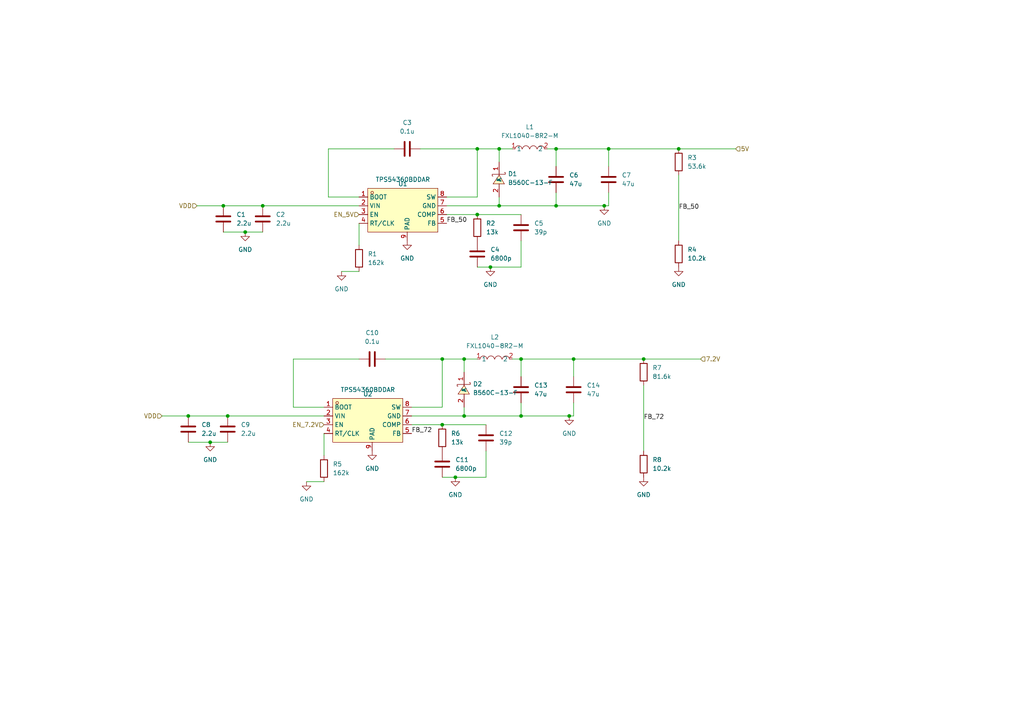
<source format=kicad_sch>
(kicad_sch (version 20231120) (generator "eeschema") (generator_version "8.0")
  (paper "A4")
  (lib_symbols
    (symbol "Device:C" (pin_numbers hide) (pin_names (offset 0.254))
      (property "Reference" "C" (at 0.635 2.54 0))
      (property "Value" "C" (at 0.635 -2.54 0))
      (symbol "C_0_1"
        (polyline (pts (xy -2.032 -0.762) (xy 2.032 -0.762)) (stroke (width 0.508)))
        (polyline (pts (xy -2.032 0.762) (xy 2.032 0.762)) (stroke (width 0.508)))
      )
      (symbol "C_1_1"
        (pin passive line (at 0 3.81 270) (length 2.794) (name "~") (number "1"))
        (pin passive line (at 0 -3.81 90) (length 2.794) (name "~") (number "2"))
      )
    )
    (symbol "Device:R" (pin_numbers hide) (pin_names (offset 0))
      (property "Reference" "R" (at 2.032 0 90))
      (property "Value" "R" (at 0 0 90))
      (symbol "R_0_1"
        (rectangle (start -1.016 -2.54) (end 1.016 2.54) (stroke (width 0.254)))
      )
      (symbol "R_1_1"
        (pin passive line (at 0 3.81 270) (length 1.27) (name "~") (number "1"))
        (pin passive line (at 0 -3.81 90) (length 1.27) (name "~") (number "2"))
      )
    )
    (symbol "NEW:B560C-13-F"
      (property "Reference" "D" (at 0 5.08 0))
      (property "Value" "B560C-13-F" (at 0 -5.08 0))
      (symbol "B560C-13-F_0_1"
        (polyline (pts (xy 1.27 1.52) (xy -1.27 0) (xy 1.27 -1.78) (xy 1.27 1.52)) (fill (type background)))
        (polyline (pts (xy -2.03 1.52) (xy -2.03 1.78) (xy -1.52 1.78) (xy -1.52 -2.03) (xy -1.02 -2.03) (xy -1.02 -1.78)))
        (pin unspecified line (at -5.08 0 0) (length 3.81) (name "K") (number "1"))
        (pin unspecified line (at 5.08 0 180) (length 3.81) (name "A") (number "2"))
      )
    )
    (symbol "NEW:FXL1040-8R2-M"
      (property "Reference" "L" (at 0 5.08 0))
      (property "Value" "FXL1040-8R2-M" (at 0 -5.08 0))
      (symbol "FXL1040-8R2-M_0_1"
        (arc (start -2.27 -0.02) (mid -3.28 0.9027) (end -4.29 -0.02))
        (arc (start -0.11 -0.02) (mid -1.12 0.9071) (end -2.13 -0.02))
        (arc (start 2.04 -0.02) (mid 1.03 0.9071) (end 0.02 -0.02))
        (arc (start 4.23 -0.02) (mid 3.22 0.9071) (end 2.21 -0.02))
        (pin unspecified line (at -5.08 0 0) (length 0.762) (name "1") (number "1"))
        (pin unspecified line (at 5.08 0 180) (length 0.762) (name "2") (number "2"))
      )
    )
    (symbol "NEW:TPS54360BDDAR"
      (property "Reference" "U5" (at 0 7.62 0))
      (property "Value" "TPS54360BDDAR" (at -7.62 -16.51 0))
      (symbol "TPS54360BDDAR_0_1"
        (rectangle (start -10.16 6.35) (end 10.16 -6.35) (fill (type background)))
        (circle (center -8.89 5.08) (radius 0.38))
        (pin unspecified line (at -12.7 3.81 0) (length 2.54) (name "BOOT") (number "1"))
        (pin unspecified line (at -12.7 1.27 0) (length 2.54) (name "VIN") (number "2"))
        (pin unspecified line (at -12.7 -1.27 0) (length 2.54) (name "EN") (number "3"))
        (pin unspecified line (at -12.7 -3.81 0) (length 2.54) (name "RT/CLK") (number "4"))
        (pin unspecified line (at 12.7 -3.81 180) (length 2.54) (name "FB") (number "5"))
        (pin unspecified line (at 12.7 -1.27 180) (length 2.54) (name "COMP") (number "6"))
        (pin unspecified line (at 12.7 1.27 180) (length 2.54) (name "GND") (number "7"))
        (pin unspecified line (at 12.7 3.81 180) (length 2.54) (name "SW") (number "8"))
        (pin unspecified line (at 1.27 -8.89 90) (length 2.54) (name "PAD") (number "9"))
      )
    )
    (symbol "power:GND" (power) (pin_names (offset 0))
      (property "Value" "GND" (at 0 -3.81 0))
      (symbol "GND_0_1"
        (polyline (pts (xy 0 0) (xy 0 -1.27) (xy 1.27 -1.27) (xy 0 -2.54) (xy -1.27 -1.27) (xy 0 -1.27)))
      )
      (symbol "GND_1_1"
        (pin power_in line (at 0 0 270) (length 0) hide (name "GND") (number "1"))
      )
    )
  )
  (junction (at 138.43 62.23))
  (junction (at 128.27 123.19))
  (junction (at 64.77 59.69))
  (junction (at 144.78 59.69))
  (junction (at 165.1 120.65))
  (junction (at 176.53 43.18))
  (junction (at 151.13 104.14))
  (junction (at 161.29 59.69))
  (junction (at 166.37 104.14))
  (junction (at 186.69 104.14))
  (junction (at 128.27 104.14))
  (junction (at 134.62 120.65))
  (junction (at 175.26 59.69))
  (junction (at 76.2 59.69))
  (junction (at 66.04 120.65))
  (junction (at 138.43 43.18))
  (junction (at 196.85 43.18))
  (junction (at 60.96 128.27))
  (junction (at 54.61 120.65))
  (junction (at 142.24 77.47))
  (junction (at 134.62 104.14))
  (junction (at 132.08 138.43))
  (junction (at 161.29 43.18))
  (junction (at 71.12 67.31))
  (junction (at 151.13 120.65))
  (junction (at 144.78 43.18))
  (wire (pts (xy 161.29 43.18) (xy 161.29 48.26)))
  (wire (pts (xy 95.25 43.18) (xy 95.25 57.15)))
  (wire (pts (xy 60.96 128.27) (xy 66.04 128.27)))
  (wire (pts (xy 166.37 104.14) (xy 186.69 104.14)))
  (wire (pts (xy 151.13 104.14) (xy 151.13 109.22)))
  (wire (pts (xy 151.13 104.14) (xy 166.37 104.14)))
  (wire (pts (xy 158.75 43.18) (xy 161.29 43.18)))
  (wire (pts (xy 148.59 104.14) (xy 151.13 104.14)))
  (wire (pts (xy 176.53 59.69) (xy 176.53 55.88)))
  (wire (pts (xy 134.62 107.95) (xy 134.62 104.14)))
  (wire (pts (xy 88.9 139.7) (xy 93.98 139.7)))
  (wire (pts (xy 128.27 118.11) (xy 128.27 104.14)))
  (wire (pts (xy 134.62 118.11) (xy 134.62 120.65)))
  (wire (pts (xy 140.97 138.43) (xy 132.08 138.43)))
  (wire (pts (xy 104.14 71.12) (xy 104.14 64.77)))
  (wire (pts (xy 85.09 104.14) (xy 85.09 118.11)))
  (wire (pts (xy 151.13 77.47) (xy 142.24 77.47)))
  (wire (pts (xy 144.78 46.99) (xy 144.78 43.18)))
  (wire (pts (xy 151.13 120.65) (xy 165.1 120.65)))
  (wire (pts (xy 134.62 104.14) (xy 138.43 104.14)))
  (wire (pts (xy 166.37 120.65) (xy 166.37 116.84)))
  (wire (pts (xy 203.2 104.14) (xy 186.69 104.14)))
  (wire (pts (xy 114.3 43.18) (xy 95.25 43.18)))
  (wire (pts (xy 104.14 104.14) (xy 85.09 104.14)))
  (wire (pts (xy 54.61 120.65) (xy 66.04 120.65)))
  (wire (pts (xy 186.69 130.81) (xy 186.69 111.76)))
  (wire (pts (xy 128.27 104.14) (xy 134.62 104.14)))
  (wire (pts (xy 129.54 59.69) (xy 144.78 59.69)))
  (wire (pts (xy 66.04 120.65) (xy 93.98 120.65)))
  (wire (pts (xy 151.13 116.84) (xy 151.13 120.65)))
  (wire (pts (xy 95.25 57.15) (xy 104.14 57.15)))
  (wire (pts (xy 138.43 57.15) (xy 138.43 43.18)))
  (wire (pts (xy 161.29 59.69) (xy 175.26 59.69)))
  (wire (pts (xy 132.08 138.43) (xy 128.27 138.43)))
  (wire (pts (xy 93.98 132.08) (xy 93.98 125.73)))
  (wire (pts (xy 151.13 69.85) (xy 151.13 77.47)))
  (wire (pts (xy 129.54 62.23) (xy 138.43 62.23)))
  (wire (pts (xy 57.15 59.69) (xy 64.77 59.69)))
  (wire (pts (xy 129.54 57.15) (xy 138.43 57.15)))
  (wire (pts (xy 119.38 120.65) (xy 134.62 120.65)))
  (wire (pts (xy 111.76 104.14) (xy 128.27 104.14)))
  (wire (pts (xy 196.85 69.85) (xy 196.85 50.8)))
  (wire (pts (xy 60.96 128.27) (xy 54.61 128.27)))
  (wire (pts (xy 138.43 62.23) (xy 151.13 62.23)))
  (wire (pts (xy 165.1 120.65) (xy 166.37 120.65)))
  (wire (pts (xy 138.43 43.18) (xy 144.78 43.18)))
  (wire (pts (xy 161.29 55.88) (xy 161.29 59.69)))
  (wire (pts (xy 99.06 78.74) (xy 104.14 78.74)))
  (wire (pts (xy 119.38 123.19) (xy 128.27 123.19)))
  (wire (pts (xy 128.27 123.19) (xy 140.97 123.19)))
  (wire (pts (xy 71.12 67.31) (xy 64.77 67.31)))
  (wire (pts (xy 144.78 59.69) (xy 161.29 59.69)))
  (wire (pts (xy 140.97 130.81) (xy 140.97 138.43)))
  (wire (pts (xy 64.77 59.69) (xy 76.2 59.69)))
  (wire (pts (xy 144.78 57.15) (xy 144.78 59.69)))
  (wire (pts (xy 71.12 67.31) (xy 76.2 67.31)))
  (wire (pts (xy 76.2 59.69) (xy 104.14 59.69)))
  (wire (pts (xy 175.26 59.69) (xy 176.53 59.69)))
  (wire (pts (xy 161.29 43.18) (xy 176.53 43.18)))
  (wire (pts (xy 119.38 118.11) (xy 128.27 118.11)))
  (wire (pts (xy 176.53 43.18) (xy 196.85 43.18)))
  (wire (pts (xy 144.78 43.18) (xy 148.59 43.18)))
  (wire (pts (xy 213.36 43.18) (xy 196.85 43.18)))
  (wire (pts (xy 166.37 104.14) (xy 166.37 109.22)))
  (wire (pts (xy 85.09 118.11) (xy 93.98 118.11)))
  (wire (pts (xy 134.62 120.65) (xy 151.13 120.65)))
  (wire (pts (xy 142.24 77.47) (xy 138.43 77.47)))
  (wire (pts (xy 46.99 120.65) (xy 54.61 120.65)))
  (wire (pts (xy 121.92 43.18) (xy 138.43 43.18)))
  (wire (pts (xy 176.53 43.18) (xy 176.53 48.26)))
  (label "FB_50" (at 196.85 60.96 0))
  (label "FB_72" (at 186.69 121.92 0))
  (label "FB_50" (at 129.54 64.77 0))
  (label "FB_72" (at 119.38 125.73 0))
  (hierarchical_label "5V" (shape input) (at 213.36 43.18 0))
  (hierarchical_label "EN_7.2V" (shape input) (at 93.98 123.19 180))
  (hierarchical_label "VDD" (shape input) (at 57.15 59.69 180))
  (hierarchical_label "VDD" (shape input) (at 46.99 120.65 180))
  (hierarchical_label "EN_5V" (shape input) (at 104.14 62.23 180))
  (hierarchical_label "7.2V" (shape input) (at 203.2 104.14 0))
  (symbol (lib_id "Device:C") (at 161.29 52.07 0) (unit 1)
    (property "Reference" "C6" (at 165.1 50.8 0) (effects (justify left)))
    (property "Value" "47u" (at 165.1 53.34 0) (effects (justify left)))
    (property "Footprint" "Capacitor_SMD:C_1206_3216Metric" (effects (hide yes)))
    (property "LCSC Part" "C94034" (effects (hide yes)))
  )
  (symbol (lib_id "Device:C") (at 54.61 124.46 0) (unit 1)
    (property "Reference" "C8" (at 58.42 123.19 0) (effects (justify left)))
    (property "Value" "2.2u" (at 58.42 125.73 0) (effects (justify left)))
    (property "Footprint" "Capacitor_SMD:C_1206_3216Metric" (effects (hide yes)))
    (property "LCSC Part" "C170101" (effects (hide yes)))
  )
  (symbol (lib_id "Device:C") (at 107.95 104.14 90) (unit 1)
    (property "Reference" "C10" (at 107.95 96.52 90))
    (property "Value" "0.1u" (at 107.95 99.06 90))
    (property "Footprint" "Capacitor_SMD:C_1206_3216Metric_Pad1.33x1.80mm_HandSolder" (effects (hide yes)))
    (property "LCSC Part" "C56392" (effects (hide yes)))
  )
  (symbol (lib_id "Device:C") (at 151.13 113.03 0) (unit 1)
    (property "Reference" "C13" (at 154.94 111.76 0) (effects (justify left)))
    (property "Value" "47u" (at 154.94 114.3 0) (effects (justify left)))
    (property "Footprint" "Capacitor_SMD:C_1206_3216Metric" (effects (hide yes)))
    (property "LCSC Part" "C94034" (effects (hide yes)))
  )
  (symbol (lib_id "power:GND") (at 196.85 77.47 0) (unit 1)
    (property "Reference" "#PWR06" (effects (hide yes)))
    (property "Value" "GND" (at 196.85 82.55 0))
  )
  (symbol (lib_id "Device:R") (at 93.98 135.89 0) (unit 1)
    (property "Reference" "R5" (at 96.52 134.62 0) (effects (justify left)))
    (property "Value" "162k" (at 96.52 137.16 0) (effects (justify left)))
    (property "Footprint" "Resistor_SMD:R_1206_3216Metric_Pad1.30x1.75mm_HandSolder" (effects (hide yes)))
    (property "LCSC Part" "C22815" (effects (hide yes)))
  )
  (symbol (lib_id "Device:C") (at 138.43 73.66 0) (unit 1)
    (property "Reference" "C4" (at 142.24 72.39 0) (effects (justify left)))
    (property "Value" "6800p" (at 142.24 74.93 0) (effects (justify left)))
    (property "Footprint" "Capacitor_SMD:C_1206_3216Metric_Pad1.33x1.80mm_HandSolder" (effects (hide yes)))
    (property "LCSC Part" "C2760541" (effects (hide yes)))
  )
  (symbol (lib_id "power:GND") (at 118.11 69.85 0) (unit 1)
    (property "Reference" "#PWR03" (effects (hide yes)))
    (property "Value" "GND" (at 118.11 74.93 0))
  )
  (symbol (lib_id "Device:C") (at 151.13 66.04 0) (unit 1)
    (property "Reference" "C5" (at 154.94 64.77 0) (effects (justify left)))
    (property "Value" "39p" (at 154.94 67.31 0) (effects (justify left)))
    (property "Footprint" "Capacitor_SMD:C_1206_3216Metric_Pad1.33x1.80mm_HandSolder" (effects (hide yes)))
    (property "LCSC Part" "C5186878" (effects (hide yes)))
  )
  (symbol (lib_id "power:GND") (at 60.96 128.27 0) (unit 1)
    (property "Reference" "#PWR07" (effects (hide yes)))
    (property "Value" "GND" (at 60.96 133.35 0))
  )
  (symbol (lib_id "Device:R") (at 196.85 46.99 0) (unit 1)
    (property "Reference" "R3" (at 199.39 45.72 0) (effects (justify left)))
    (property "Value" "53.6k" (at 199.39 48.26 0) (effects (justify left)))
    (property "Footprint" "Resistor_SMD:R_1206_3216Metric_Pad1.30x1.75mm_HandSolder" (effects (hide yes)))
    (property "LCSC Part" "C21398" (effects (hide yes)))
  )
  (symbol (lib_id "NEW:TPS54360BDDAR") (at 106.68 121.92 0) (unit 1)
    (property "Reference" "U2" (at 106.68 114.3 0))
    (property "Value" "TPS54360BDDAR" (at 106.68 113.03 0))
    (property "Footprint" "PARTS:SOIC-8_L5.0-W4.0-P1.27-LS6.0-BL-EP2.0" (effects (hide yes)))
    (property "Datasheet" "https://lcsc.com/product-detail/DC-DC-Converters_Texas-Instruments-Texas-Instruments-TPS54360BDDAR_C524806.html" (effects (hide yes)))
    (property "LCSC Part" "C524806" (effects (hide yes)))
  )
  (symbol (lib_id "Device:C") (at 140.97 127 0) (unit 1)
    (property "Reference" "C12" (at 144.78 125.73 0) (effects (justify left)))
    (property "Value" "39p" (at 144.78 128.27 0) (effects (justify left)))
    (property "Footprint" "Capacitor_SMD:C_1206_3216Metric_Pad1.33x1.80mm_HandSolder" (effects (hide yes)))
    (property "LCSC Part" "C5186878" (effects (hide yes)))
  )
  (symbol (lib_id "power:GND") (at 88.9 139.7 0) (unit 1)
    (property "Reference" "#PWR08" (effects (hide yes)))
    (property "Value" "GND" (at 88.9 144.78 0))
  )
  (symbol (lib_id "power:GND") (at 99.06 78.74 0) (unit 1)
    (property "Reference" "#PWR02" (effects (hide yes)))
    (property "Value" "GND" (at 99.06 83.82 0))
  )
  (symbol (lib_id "Device:R") (at 138.43 66.04 0) (unit 1)
    (property "Reference" "R2" (at 140.97 64.77 0) (effects (justify left)))
    (property "Value" "13k" (at 140.97 67.31 0) (effects (justify left)))
    (property "Footprint" "Resistor_SMD:R_1206_3216Metric_Pad1.30x1.75mm_HandSolder" (effects (hide yes)))
    (property "LCSC Part" "C445658" (effects (hide yes)))
  )
  (symbol (lib_id "NEW:B560C-13-F") (at 144.78 52.07 270) (unit 1)
    (property "Reference" "D1" (at 147.32 50.42 90) (effects (justify left)))
    (property "Value" "B560C-13-F" (at 147.32 52.96 90) (effects (justify left)))
    (property "Footprint" "PARTS:SMC_L7.1-W6.2-LS8.1-RD" (effects (hide yes)))
    (property "Datasheet" "https://lcsc.com/product-detail/Schottky-Barrier-Diodes-SBD_DIODES_B560C-13-F_B560C-13-F_C85100.html" (effects (hide yes)))
    (property "LCSC Part" "C85100" (effects (hide yes)))
  )
  (symbol (lib_id "Device:C") (at 76.2 63.5 0) (unit 1)
    (property "Reference" "C2" (at 80.01 62.23 0) (effects (justify left)))
    (property "Value" "2.2u" (at 80.01 64.77 0) (effects (justify left)))
    (property "Footprint" "Capacitor_SMD:C_1206_3216Metric" (effects (hide yes)))
    (property "LCSC Part" "C170101" (effects (hide yes)))
  )
  (symbol (lib_id "Device:R") (at 186.69 134.62 0) (unit 1)
    (property "Reference" "R8" (at 189.23 133.35 0) (effects (justify left)))
    (property "Value" "10.2k" (at 189.23 135.89 0) (effects (justify left)))
    (property "Footprint" "Resistor_SMD:R_1206_3216Metric_Pad1.30x1.75mm_HandSolder" (effects (hide yes)))
    (property "LCSC Part" "C217771" (effects (hide yes)))
  )
  (symbol (lib_id "Device:R") (at 128.27 127 0) (unit 1)
    (property "Reference" "R6" (at 130.81 125.73 0) (effects (justify left)))
    (property "Value" "13k" (at 130.81 128.27 0) (effects (justify left)))
    (property "Footprint" "Resistor_SMD:R_1206_3216Metric_Pad1.30x1.75mm_HandSolder" (effects (hide yes)))
    (property "LCSC Part" "C445658" (effects (hide yes)))
  )
  (symbol (lib_id "power:GND") (at 165.1 120.65 0) (unit 1)
    (property "Reference" "#PWR011" (effects (hide yes)))
    (property "Value" "GND" (at 165.1 125.73 0))
  )
  (symbol (lib_id "power:GND") (at 142.24 77.47 0) (unit 1)
    (property "Reference" "#PWR04" (effects (hide yes)))
    (property "Value" "GND" (at 142.24 82.55 0))
  )
  (symbol (lib_id "Device:R") (at 196.85 73.66 0) (unit 1)
    (property "Reference" "R4" (at 199.39 72.39 0) (effects (justify left)))
    (property "Value" "10.2k" (at 199.39 74.93 0) (effects (justify left)))
    (property "Footprint" "Resistor_SMD:R_1206_3216Metric_Pad1.30x1.75mm_HandSolder" (effects (hide yes)))
    (property "LCSC Part" "C217771" (effects (hide yes)))
  )
  (symbol (lib_id "NEW:FXL1040-8R2-M") (at 153.67 43.18 0) (unit 1)
    (property "Reference" "L1" (at 153.67 36.83 0))
    (property "Value" "FXL1040-8R2-M" (at 153.67 39.37 0))
    (property "Footprint" "PARTS:IND-SMD_L11.5-W10.0_FXL1040" (effects (hide yes)))
    (property "Datasheet" "https://lcsc.com/product-detail/Power-Inductors_8-2uH-20-8-0A_C167232.html" (effects (hide yes)))
    (property "LCSC Part" "C167232" (effects (hide yes)))
  )
  (symbol (lib_id "power:GND") (at 107.95 130.81 0) (unit 1)
    (property "Reference" "#PWR09" (effects (hide yes)))
    (property "Value" "GND" (at 107.95 135.89 0))
  )
  (symbol (lib_id "NEW:FXL1040-8R2-M") (at 143.51 104.14 0) (unit 1)
    (property "Reference" "L2" (at 143.51 97.79 0))
    (property "Value" "FXL1040-8R2-M" (at 143.51 100.33 0))
    (property "Footprint" "PARTS:IND-SMD_L11.5-W10.0_FXL1040" (effects (hide yes)))
    (property "Datasheet" "https://lcsc.com/product-detail/Power-Inductors_8-2uH-20-8-0A_C167232.html" (effects (hide yes)))
    (property "LCSC Part" "C167232" (effects (hide yes)))
  )
  (symbol (lib_id "Device:C") (at 166.37 113.03 0) (unit 1)
    (property "Reference" "C14" (at 170.18 111.76 0) (effects (justify left)))
    (property "Value" "47u" (at 170.18 114.3 0) (effects (justify left)))
    (property "Footprint" "Capacitor_SMD:C_1206_3216Metric" (effects (hide yes)))
    (property "LCSC Part" "C94034" (effects (hide yes)))
  )
  (symbol (lib_id "Device:R") (at 186.69 107.95 0) (unit 1)
    (property "Reference" "R7" (at 189.23 106.6799 0) (effects (justify left)))
    (property "Value" "81.6k" (at 189.23 109.2199 0) (effects (justify left)))
    (property "Footprint" "Resistor_SMD:R_1206_3216Metric_Pad1.30x1.75mm_HandSolder" (effects (hide yes)))
    (property "LCSC Part" "C21398" (effects (hide yes)))
  )
  (symbol (lib_id "Device:R") (at 104.14 74.93 0) (unit 1)
    (property "Reference" "R1" (at 106.68 73.66 0) (effects (justify left)))
    (property "Value" "162k" (at 106.68 76.2 0) (effects (justify left)))
    (property "Footprint" "Resistor_SMD:R_1206_3216Metric_Pad1.30x1.75mm_HandSolder" (effects (hide yes)))
    (property "LCSC Part" "C22815" (effects (hide yes)))
  )
  (symbol (lib_id "Device:C") (at 64.77 63.5 0) (unit 1)
    (property "Reference" "C1" (at 68.58 62.23 0) (effects (justify left)))
    (property "Value" "2.2u" (at 68.58 64.77 0) (effects (justify left)))
    (property "Footprint" "Capacitor_SMD:C_1206_3216Metric" (effects (hide yes)))
    (property "LCSC Part" "C170101" (effects (hide yes)))
  )
  (symbol (lib_id "NEW:TPS54360BDDAR") (at 116.84 60.96 0) (unit 1)
    (property "Reference" "U1" (at 116.84 53.34 0))
    (property "Value" "TPS54360BDDAR" (at 116.84 52.07 0))
    (property "Footprint" "PARTS:SOIC-8_L5.0-W4.0-P1.27-LS6.0-BL-EP2.0" (effects (hide yes)))
    (property "Datasheet" "https://lcsc.com/product-detail/DC-DC-Converters_Texas-Instruments-Texas-Instruments-TPS54360BDDAR_C524806.html" (effects (hide yes)))
    (property "LCSC Part" "C524806" (effects (hide yes)))
  )
  (symbol (lib_id "Device:C") (at 118.11 43.18 90) (unit 1)
    (property "Reference" "C3" (at 118.11 35.56 90))
    (property "Value" "0.1u" (at 118.11 38.1 90))
    (property "Footprint" "Capacitor_SMD:C_1206_3216Metric_Pad1.33x1.80mm_HandSolder" (effects (hide yes)))
    (property "LCSC Part" "C56392" (effects (hide yes)))
  )
  (symbol (lib_id "Device:C") (at 128.27 134.62 0) (unit 1)
    (property "Reference" "C11" (at 132.08 133.35 0) (effects (justify left)))
    (property "Value" "6800p" (at 132.08 135.89 0) (effects (justify left)))
    (property "Footprint" "Capacitor_SMD:C_1206_3216Metric_Pad1.33x1.80mm_HandSolder" (effects (hide yes)))
    (property "LCSC Part" "C2760541" (effects (hide yes)))
  )
  (symbol (lib_id "power:GND") (at 175.26 59.69 0) (unit 1)
    (property "Reference" "#PWR05" (effects (hide yes)))
    (property "Value" "GND" (at 175.26 64.77 0))
  )
  (symbol (lib_id "NEW:B560C-13-F") (at 134.62 113.03 270) (unit 1)
    (property "Reference" "D2" (at 137.16 111.38 90) (effects (justify left)))
    (property "Value" "B560C-13-F" (at 137.16 113.92 90) (effects (justify left)))
    (property "Footprint" "PARTS:SMC_L7.1-W6.2-LS8.1-RD" (effects (hide yes)))
    (property "Datasheet" "https://lcsc.com/product-detail/Schottky-Barrier-Diodes-SBD_DIODES_B560C-13-F_B560C-13-F_C85100.html" (effects (hide yes)))
    (property "LCSC Part" "C85100" (effects (hide yes)))
  )
  (symbol (lib_id "power:GND") (at 186.69 138.43 0) (unit 1)
    (property "Reference" "#PWR012" (effects (hide yes)))
    (property "Value" "GND" (at 186.69 143.51 0))
  )
  (symbol (lib_id "power:GND") (at 71.12 67.31 0) (unit 1)
    (property "Reference" "#PWR01" (effects (hide yes)))
    (property "Value" "GND" (at 71.12 72.39 0))
  )
  (symbol (lib_id "Device:C") (at 176.53 52.07 0) (unit 1)
    (property "Reference" "C7" (at 180.34 50.8 0) (effects (justify left)))
    (property "Value" "47u" (at 180.34 53.34 0) (effects (justify left)))
    (property "Footprint" "Capacitor_SMD:C_1206_3216Metric" (effects (hide yes)))
    (property "LCSC Part" "C94034" (effects (hide yes)))
  )
  (symbol (lib_id "power:GND") (at 132.08 138.43 0) (unit 1)
    (property "Reference" "#PWR010" (effects (hide yes)))
    (property "Value" "GND" (at 132.08 143.51 0))
  )
  (symbol (lib_id "Device:C") (at 66.04 124.46 0) (unit 1)
    (property "Reference" "C9" (at 69.85 123.19 0) (effects (justify left)))
    (property "Value" "2.2u" (at 69.85 125.73 0) (effects (justify left)))
    (property "Footprint" "Capacitor_SMD:C_1206_3216Metric" (effects (hide yes)))
    (property "LCSC Part" "C170101" (effects (hide yes)))
  )
)
</source>
